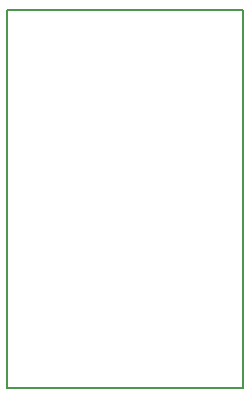
<source format=gm1>
G04 #@! TF.GenerationSoftware,KiCad,Pcbnew,9.0.1*
G04 #@! TF.CreationDate,2025-10-16T18:55:29-04:00*
G04 #@! TF.ProjectId,button backpack,62757474-6f6e-4206-9261-636b7061636b,rev?*
G04 #@! TF.SameCoordinates,Original*
G04 #@! TF.FileFunction,Profile,NP*
%FSLAX46Y46*%
G04 Gerber Fmt 4.6, Leading zero omitted, Abs format (unit mm)*
G04 Created by KiCad (PCBNEW 9.0.1) date 2025-10-16 18:55:29*
%MOMM*%
%LPD*%
G01*
G04 APERTURE LIST*
G04 #@! TA.AperFunction,Profile*
%ADD10C,0.200000*%
G04 #@! TD*
G04 APERTURE END LIST*
D10*
X120500000Y-61500000D02*
X140500000Y-61500000D01*
X140500000Y-93500000D01*
X120500000Y-93500000D01*
X120500000Y-61500000D01*
M02*

</source>
